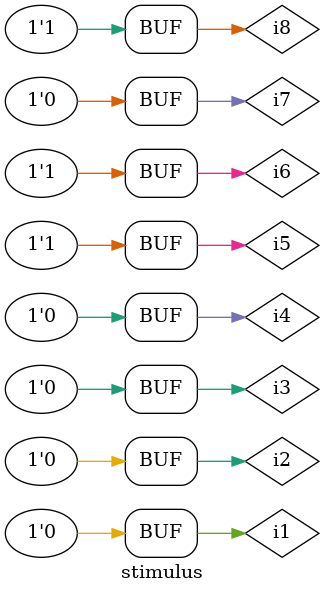
<source format=v>
module mux_2to1 (
    input a,
    input b,
    input sel,
    output reg out
);

    always @(*)
    begin
        case(sel)
            1'b0: out = a;
            1'b1: out = b;
            default: out = 1'bx; 
        endcase
    end
endmodule
module or1(
    input a,
    input b,
    output reg out
);

    always @(*) begin
        // Behavioral logic for OR gate
        out = a | b; // OR operation using bitwise OR
    end

endmodule

module question_3(
    input i1,
    input i2,
    input i3,
    input i4,
    input i5,
    input i6,
    input i7,
    input i8,
    output f
);
    wire x1, x2, x3;

    mux_2to1 mux1(
        .a(i4),
        .b(i5),
        .sel(i3),
        .out(x1)
    );

    mux_2to1 mux2(
        .a(i7),
        .b(i8),
        .sel(i6),
        .out(x2)
    );

    // OR gate instantiation
    or1 a1(
        .out(x3),
        .a(i1),
        .b(i2)
    );

    mux_2to1 mux3(
        .a(x1),
        .b(x2),
        .sel(x3),
        .out(f) // Missing comma corrected here
    );
endmodule
module stimulus;
    
    reg i1, i2, i3, i4, i5, i6, i7, i8;
    wire f;

    question_3 uut (
        .i1(i1),
        .i2(i2),
        .i3(i3),
        .i4(i4),
        .i5(i5),
        .i6(i6),
        .i7(i7),
        .i8(i8),
        .f(f)
    );

    initial begin
        i2=0;
        i3=0;
        i5=0;
        i6=0;
        i7=0;
        i4 = 0;
        i1 = 0;
        i8 = 1;
        // Add more initial statements if needed for your test scenario
        // Your testbench actions, stimulus, and checks go here
        // For example, changing input values over time
        $monitor("w1=%b w2=%b w3=%b w4=%b f=%b",i2,i3,i5,i7,f);
        #10 i2=0;i3=0;i6=0;i7=0;i5=0;
        #10 i2=1;i3=1;i6=1;i7=1;i5=1;
        #10 i2=0;i3=0;i6=0;i7=0;i6=1;
    end
endmodule

</source>
